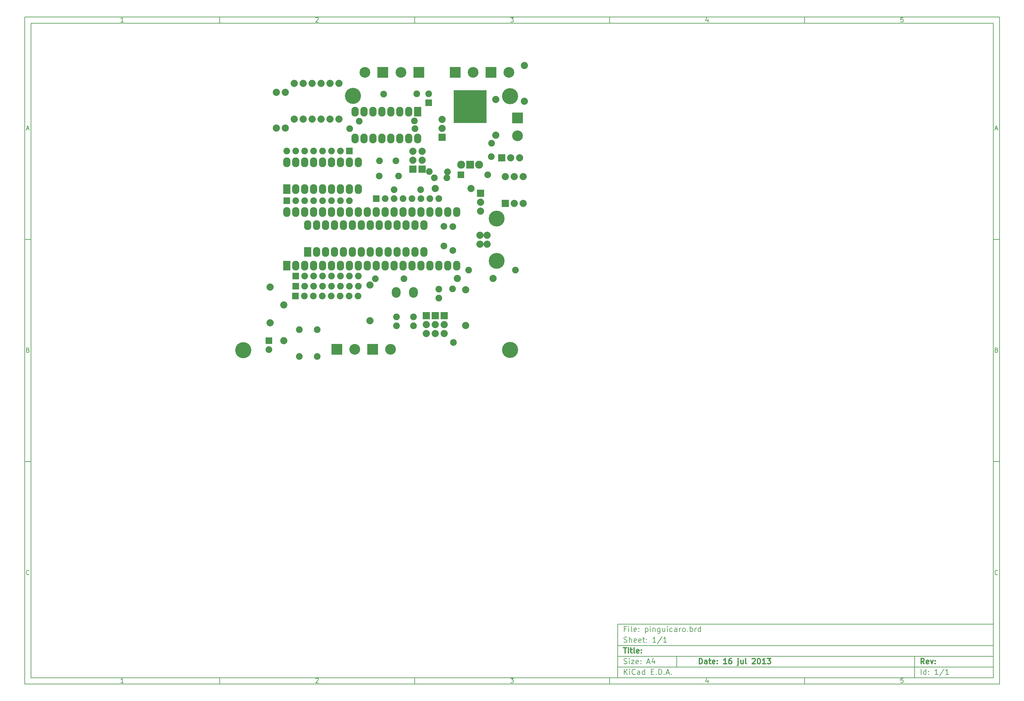
<source format=gbs>
G04 (created by PCBNEW-RS274X (2012-01-19 BZR 3256)-stable) date mar 16 jul 2013 12:41:11 ART*
G01*
G70*
G90*
%MOIN*%
G04 Gerber Fmt 3.4, Leading zero omitted, Abs format*
%FSLAX34Y34*%
G04 APERTURE LIST*
%ADD10C,0.006000*%
%ADD11C,0.012000*%
%ADD12C,0.080000*%
%ADD13C,0.177500*%
%ADD14R,0.080000X0.080000*%
%ADD15C,0.075000*%
%ADD16R,0.075000X0.075000*%
%ADD17R,0.370000X0.370000*%
%ADD18C,0.090000*%
%ADD19R,0.090000X0.090000*%
%ADD20R,0.082000X0.110000*%
%ADD21O,0.082000X0.110000*%
%ADD22O,0.098700X0.118400*%
%ADD23R,0.120000X0.120000*%
%ADD24C,0.120000*%
%ADD25C,0.180000*%
%ADD26C,0.075100*%
G04 APERTURE END LIST*
G54D10*
X04000Y-04000D02*
X113000Y-04000D01*
X113000Y-78670D01*
X04000Y-78670D01*
X04000Y-04000D01*
X04700Y-04700D02*
X112300Y-04700D01*
X112300Y-77970D01*
X04700Y-77970D01*
X04700Y-04700D01*
X25800Y-04000D02*
X25800Y-04700D01*
X15043Y-04552D02*
X14757Y-04552D01*
X14900Y-04552D02*
X14900Y-04052D01*
X14852Y-04124D01*
X14805Y-04171D01*
X14757Y-04195D01*
X25800Y-78670D02*
X25800Y-77970D01*
X15043Y-78522D02*
X14757Y-78522D01*
X14900Y-78522D02*
X14900Y-78022D01*
X14852Y-78094D01*
X14805Y-78141D01*
X14757Y-78165D01*
X47600Y-04000D02*
X47600Y-04700D01*
X36557Y-04100D02*
X36581Y-04076D01*
X36629Y-04052D01*
X36748Y-04052D01*
X36795Y-04076D01*
X36819Y-04100D01*
X36843Y-04148D01*
X36843Y-04195D01*
X36819Y-04267D01*
X36533Y-04552D01*
X36843Y-04552D01*
X47600Y-78670D02*
X47600Y-77970D01*
X36557Y-78070D02*
X36581Y-78046D01*
X36629Y-78022D01*
X36748Y-78022D01*
X36795Y-78046D01*
X36819Y-78070D01*
X36843Y-78118D01*
X36843Y-78165D01*
X36819Y-78237D01*
X36533Y-78522D01*
X36843Y-78522D01*
X69400Y-04000D02*
X69400Y-04700D01*
X58333Y-04052D02*
X58643Y-04052D01*
X58476Y-04243D01*
X58548Y-04243D01*
X58595Y-04267D01*
X58619Y-04290D01*
X58643Y-04338D01*
X58643Y-04457D01*
X58619Y-04505D01*
X58595Y-04529D01*
X58548Y-04552D01*
X58405Y-04552D01*
X58357Y-04529D01*
X58333Y-04505D01*
X69400Y-78670D02*
X69400Y-77970D01*
X58333Y-78022D02*
X58643Y-78022D01*
X58476Y-78213D01*
X58548Y-78213D01*
X58595Y-78237D01*
X58619Y-78260D01*
X58643Y-78308D01*
X58643Y-78427D01*
X58619Y-78475D01*
X58595Y-78499D01*
X58548Y-78522D01*
X58405Y-78522D01*
X58357Y-78499D01*
X58333Y-78475D01*
X91200Y-04000D02*
X91200Y-04700D01*
X80395Y-04219D02*
X80395Y-04552D01*
X80276Y-04029D02*
X80157Y-04386D01*
X80467Y-04386D01*
X91200Y-78670D02*
X91200Y-77970D01*
X80395Y-78189D02*
X80395Y-78522D01*
X80276Y-77999D02*
X80157Y-78356D01*
X80467Y-78356D01*
X102219Y-04052D02*
X101981Y-04052D01*
X101957Y-04290D01*
X101981Y-04267D01*
X102029Y-04243D01*
X102148Y-04243D01*
X102195Y-04267D01*
X102219Y-04290D01*
X102243Y-04338D01*
X102243Y-04457D01*
X102219Y-04505D01*
X102195Y-04529D01*
X102148Y-04552D01*
X102029Y-04552D01*
X101981Y-04529D01*
X101957Y-04505D01*
X102219Y-78022D02*
X101981Y-78022D01*
X101957Y-78260D01*
X101981Y-78237D01*
X102029Y-78213D01*
X102148Y-78213D01*
X102195Y-78237D01*
X102219Y-78260D01*
X102243Y-78308D01*
X102243Y-78427D01*
X102219Y-78475D01*
X102195Y-78499D01*
X102148Y-78522D01*
X102029Y-78522D01*
X101981Y-78499D01*
X101957Y-78475D01*
X04000Y-28890D02*
X04700Y-28890D01*
X04231Y-16510D02*
X04469Y-16510D01*
X04184Y-16652D02*
X04350Y-16152D01*
X04517Y-16652D01*
X113000Y-28890D02*
X112300Y-28890D01*
X112531Y-16510D02*
X112769Y-16510D01*
X112484Y-16652D02*
X112650Y-16152D01*
X112817Y-16652D01*
X04000Y-53780D02*
X04700Y-53780D01*
X04386Y-41280D02*
X04457Y-41304D01*
X04481Y-41328D01*
X04505Y-41376D01*
X04505Y-41447D01*
X04481Y-41495D01*
X04457Y-41519D01*
X04410Y-41542D01*
X04219Y-41542D01*
X04219Y-41042D01*
X04386Y-41042D01*
X04433Y-41066D01*
X04457Y-41090D01*
X04481Y-41138D01*
X04481Y-41185D01*
X04457Y-41233D01*
X04433Y-41257D01*
X04386Y-41280D01*
X04219Y-41280D01*
X113000Y-53780D02*
X112300Y-53780D01*
X112686Y-41280D02*
X112757Y-41304D01*
X112781Y-41328D01*
X112805Y-41376D01*
X112805Y-41447D01*
X112781Y-41495D01*
X112757Y-41519D01*
X112710Y-41542D01*
X112519Y-41542D01*
X112519Y-41042D01*
X112686Y-41042D01*
X112733Y-41066D01*
X112757Y-41090D01*
X112781Y-41138D01*
X112781Y-41185D01*
X112757Y-41233D01*
X112733Y-41257D01*
X112686Y-41280D01*
X112519Y-41280D01*
X04505Y-66385D02*
X04481Y-66409D01*
X04410Y-66432D01*
X04362Y-66432D01*
X04290Y-66409D01*
X04243Y-66361D01*
X04219Y-66313D01*
X04195Y-66218D01*
X04195Y-66147D01*
X04219Y-66051D01*
X04243Y-66004D01*
X04290Y-65956D01*
X04362Y-65932D01*
X04410Y-65932D01*
X04481Y-65956D01*
X04505Y-65980D01*
X112805Y-66385D02*
X112781Y-66409D01*
X112710Y-66432D01*
X112662Y-66432D01*
X112590Y-66409D01*
X112543Y-66361D01*
X112519Y-66313D01*
X112495Y-66218D01*
X112495Y-66147D01*
X112519Y-66051D01*
X112543Y-66004D01*
X112590Y-65956D01*
X112662Y-65932D01*
X112710Y-65932D01*
X112781Y-65956D01*
X112805Y-65980D01*
G54D11*
X79443Y-76413D02*
X79443Y-75813D01*
X79586Y-75813D01*
X79671Y-75841D01*
X79729Y-75899D01*
X79757Y-75956D01*
X79786Y-76070D01*
X79786Y-76156D01*
X79757Y-76270D01*
X79729Y-76327D01*
X79671Y-76384D01*
X79586Y-76413D01*
X79443Y-76413D01*
X80300Y-76413D02*
X80300Y-76099D01*
X80271Y-76041D01*
X80214Y-76013D01*
X80100Y-76013D01*
X80043Y-76041D01*
X80300Y-76384D02*
X80243Y-76413D01*
X80100Y-76413D01*
X80043Y-76384D01*
X80014Y-76327D01*
X80014Y-76270D01*
X80043Y-76213D01*
X80100Y-76184D01*
X80243Y-76184D01*
X80300Y-76156D01*
X80500Y-76013D02*
X80729Y-76013D01*
X80586Y-75813D02*
X80586Y-76327D01*
X80614Y-76384D01*
X80672Y-76413D01*
X80729Y-76413D01*
X81157Y-76384D02*
X81100Y-76413D01*
X80986Y-76413D01*
X80929Y-76384D01*
X80900Y-76327D01*
X80900Y-76099D01*
X80929Y-76041D01*
X80986Y-76013D01*
X81100Y-76013D01*
X81157Y-76041D01*
X81186Y-76099D01*
X81186Y-76156D01*
X80900Y-76213D01*
X81443Y-76356D02*
X81471Y-76384D01*
X81443Y-76413D01*
X81414Y-76384D01*
X81443Y-76356D01*
X81443Y-76413D01*
X81443Y-76041D02*
X81471Y-76070D01*
X81443Y-76099D01*
X81414Y-76070D01*
X81443Y-76041D01*
X81443Y-76099D01*
X82500Y-76413D02*
X82157Y-76413D01*
X82329Y-76413D02*
X82329Y-75813D01*
X82272Y-75899D01*
X82214Y-75956D01*
X82157Y-75984D01*
X83014Y-75813D02*
X82900Y-75813D01*
X82843Y-75841D01*
X82814Y-75870D01*
X82757Y-75956D01*
X82728Y-76070D01*
X82728Y-76299D01*
X82757Y-76356D01*
X82785Y-76384D01*
X82843Y-76413D01*
X82957Y-76413D01*
X83014Y-76384D01*
X83043Y-76356D01*
X83071Y-76299D01*
X83071Y-76156D01*
X83043Y-76099D01*
X83014Y-76070D01*
X82957Y-76041D01*
X82843Y-76041D01*
X82785Y-76070D01*
X82757Y-76099D01*
X82728Y-76156D01*
X83785Y-76013D02*
X83785Y-76527D01*
X83756Y-76584D01*
X83699Y-76613D01*
X83671Y-76613D01*
X83785Y-75813D02*
X83756Y-75841D01*
X83785Y-75870D01*
X83813Y-75841D01*
X83785Y-75813D01*
X83785Y-75870D01*
X84328Y-76013D02*
X84328Y-76413D01*
X84071Y-76013D02*
X84071Y-76327D01*
X84099Y-76384D01*
X84157Y-76413D01*
X84242Y-76413D01*
X84299Y-76384D01*
X84328Y-76356D01*
X84700Y-76413D02*
X84642Y-76384D01*
X84614Y-76327D01*
X84614Y-75813D01*
X85356Y-75870D02*
X85385Y-75841D01*
X85442Y-75813D01*
X85585Y-75813D01*
X85642Y-75841D01*
X85671Y-75870D01*
X85699Y-75927D01*
X85699Y-75984D01*
X85671Y-76070D01*
X85328Y-76413D01*
X85699Y-76413D01*
X86070Y-75813D02*
X86127Y-75813D01*
X86184Y-75841D01*
X86213Y-75870D01*
X86242Y-75927D01*
X86270Y-76041D01*
X86270Y-76184D01*
X86242Y-76299D01*
X86213Y-76356D01*
X86184Y-76384D01*
X86127Y-76413D01*
X86070Y-76413D01*
X86013Y-76384D01*
X85984Y-76356D01*
X85956Y-76299D01*
X85927Y-76184D01*
X85927Y-76041D01*
X85956Y-75927D01*
X85984Y-75870D01*
X86013Y-75841D01*
X86070Y-75813D01*
X86841Y-76413D02*
X86498Y-76413D01*
X86670Y-76413D02*
X86670Y-75813D01*
X86613Y-75899D01*
X86555Y-75956D01*
X86498Y-75984D01*
X87041Y-75813D02*
X87412Y-75813D01*
X87212Y-76041D01*
X87298Y-76041D01*
X87355Y-76070D01*
X87384Y-76099D01*
X87412Y-76156D01*
X87412Y-76299D01*
X87384Y-76356D01*
X87355Y-76384D01*
X87298Y-76413D01*
X87126Y-76413D01*
X87069Y-76384D01*
X87041Y-76356D01*
G54D10*
X71043Y-77613D02*
X71043Y-77013D01*
X71386Y-77613D02*
X71129Y-77270D01*
X71386Y-77013D02*
X71043Y-77356D01*
X71643Y-77613D02*
X71643Y-77213D01*
X71643Y-77013D02*
X71614Y-77041D01*
X71643Y-77070D01*
X71671Y-77041D01*
X71643Y-77013D01*
X71643Y-77070D01*
X72272Y-77556D02*
X72243Y-77584D01*
X72157Y-77613D01*
X72100Y-77613D01*
X72015Y-77584D01*
X71957Y-77527D01*
X71929Y-77470D01*
X71900Y-77356D01*
X71900Y-77270D01*
X71929Y-77156D01*
X71957Y-77099D01*
X72015Y-77041D01*
X72100Y-77013D01*
X72157Y-77013D01*
X72243Y-77041D01*
X72272Y-77070D01*
X72786Y-77613D02*
X72786Y-77299D01*
X72757Y-77241D01*
X72700Y-77213D01*
X72586Y-77213D01*
X72529Y-77241D01*
X72786Y-77584D02*
X72729Y-77613D01*
X72586Y-77613D01*
X72529Y-77584D01*
X72500Y-77527D01*
X72500Y-77470D01*
X72529Y-77413D01*
X72586Y-77384D01*
X72729Y-77384D01*
X72786Y-77356D01*
X73329Y-77613D02*
X73329Y-77013D01*
X73329Y-77584D02*
X73272Y-77613D01*
X73158Y-77613D01*
X73100Y-77584D01*
X73072Y-77556D01*
X73043Y-77499D01*
X73043Y-77327D01*
X73072Y-77270D01*
X73100Y-77241D01*
X73158Y-77213D01*
X73272Y-77213D01*
X73329Y-77241D01*
X74072Y-77299D02*
X74272Y-77299D01*
X74358Y-77613D02*
X74072Y-77613D01*
X74072Y-77013D01*
X74358Y-77013D01*
X74615Y-77556D02*
X74643Y-77584D01*
X74615Y-77613D01*
X74586Y-77584D01*
X74615Y-77556D01*
X74615Y-77613D01*
X74901Y-77613D02*
X74901Y-77013D01*
X75044Y-77013D01*
X75129Y-77041D01*
X75187Y-77099D01*
X75215Y-77156D01*
X75244Y-77270D01*
X75244Y-77356D01*
X75215Y-77470D01*
X75187Y-77527D01*
X75129Y-77584D01*
X75044Y-77613D01*
X74901Y-77613D01*
X75501Y-77556D02*
X75529Y-77584D01*
X75501Y-77613D01*
X75472Y-77584D01*
X75501Y-77556D01*
X75501Y-77613D01*
X75758Y-77441D02*
X76044Y-77441D01*
X75701Y-77613D02*
X75901Y-77013D01*
X76101Y-77613D01*
X76301Y-77556D02*
X76329Y-77584D01*
X76301Y-77613D01*
X76272Y-77584D01*
X76301Y-77556D01*
X76301Y-77613D01*
G54D11*
X104586Y-76413D02*
X104386Y-76127D01*
X104243Y-76413D02*
X104243Y-75813D01*
X104471Y-75813D01*
X104529Y-75841D01*
X104557Y-75870D01*
X104586Y-75927D01*
X104586Y-76013D01*
X104557Y-76070D01*
X104529Y-76099D01*
X104471Y-76127D01*
X104243Y-76127D01*
X105071Y-76384D02*
X105014Y-76413D01*
X104900Y-76413D01*
X104843Y-76384D01*
X104814Y-76327D01*
X104814Y-76099D01*
X104843Y-76041D01*
X104900Y-76013D01*
X105014Y-76013D01*
X105071Y-76041D01*
X105100Y-76099D01*
X105100Y-76156D01*
X104814Y-76213D01*
X105300Y-76013D02*
X105443Y-76413D01*
X105585Y-76013D01*
X105814Y-76356D02*
X105842Y-76384D01*
X105814Y-76413D01*
X105785Y-76384D01*
X105814Y-76356D01*
X105814Y-76413D01*
X105814Y-76041D02*
X105842Y-76070D01*
X105814Y-76099D01*
X105785Y-76070D01*
X105814Y-76041D01*
X105814Y-76099D01*
G54D10*
X71014Y-76384D02*
X71100Y-76413D01*
X71243Y-76413D01*
X71300Y-76384D01*
X71329Y-76356D01*
X71357Y-76299D01*
X71357Y-76241D01*
X71329Y-76184D01*
X71300Y-76156D01*
X71243Y-76127D01*
X71129Y-76099D01*
X71071Y-76070D01*
X71043Y-76041D01*
X71014Y-75984D01*
X71014Y-75927D01*
X71043Y-75870D01*
X71071Y-75841D01*
X71129Y-75813D01*
X71271Y-75813D01*
X71357Y-75841D01*
X71614Y-76413D02*
X71614Y-76013D01*
X71614Y-75813D02*
X71585Y-75841D01*
X71614Y-75870D01*
X71642Y-75841D01*
X71614Y-75813D01*
X71614Y-75870D01*
X71843Y-76013D02*
X72157Y-76013D01*
X71843Y-76413D01*
X72157Y-76413D01*
X72614Y-76384D02*
X72557Y-76413D01*
X72443Y-76413D01*
X72386Y-76384D01*
X72357Y-76327D01*
X72357Y-76099D01*
X72386Y-76041D01*
X72443Y-76013D01*
X72557Y-76013D01*
X72614Y-76041D01*
X72643Y-76099D01*
X72643Y-76156D01*
X72357Y-76213D01*
X72900Y-76356D02*
X72928Y-76384D01*
X72900Y-76413D01*
X72871Y-76384D01*
X72900Y-76356D01*
X72900Y-76413D01*
X72900Y-76041D02*
X72928Y-76070D01*
X72900Y-76099D01*
X72871Y-76070D01*
X72900Y-76041D01*
X72900Y-76099D01*
X73614Y-76241D02*
X73900Y-76241D01*
X73557Y-76413D02*
X73757Y-75813D01*
X73957Y-76413D01*
X74414Y-76013D02*
X74414Y-76413D01*
X74271Y-75784D02*
X74128Y-76213D01*
X74500Y-76213D01*
X104243Y-77613D02*
X104243Y-77013D01*
X104786Y-77613D02*
X104786Y-77013D01*
X104786Y-77584D02*
X104729Y-77613D01*
X104615Y-77613D01*
X104557Y-77584D01*
X104529Y-77556D01*
X104500Y-77499D01*
X104500Y-77327D01*
X104529Y-77270D01*
X104557Y-77241D01*
X104615Y-77213D01*
X104729Y-77213D01*
X104786Y-77241D01*
X105072Y-77556D02*
X105100Y-77584D01*
X105072Y-77613D01*
X105043Y-77584D01*
X105072Y-77556D01*
X105072Y-77613D01*
X105072Y-77241D02*
X105100Y-77270D01*
X105072Y-77299D01*
X105043Y-77270D01*
X105072Y-77241D01*
X105072Y-77299D01*
X106129Y-77613D02*
X105786Y-77613D01*
X105958Y-77613D02*
X105958Y-77013D01*
X105901Y-77099D01*
X105843Y-77156D01*
X105786Y-77184D01*
X106814Y-76984D02*
X106300Y-77756D01*
X107329Y-77613D02*
X106986Y-77613D01*
X107158Y-77613D02*
X107158Y-77013D01*
X107101Y-77099D01*
X107043Y-77156D01*
X106986Y-77184D01*
G54D11*
X70957Y-74613D02*
X71300Y-74613D01*
X71129Y-75213D02*
X71129Y-74613D01*
X71500Y-75213D02*
X71500Y-74813D01*
X71500Y-74613D02*
X71471Y-74641D01*
X71500Y-74670D01*
X71528Y-74641D01*
X71500Y-74613D01*
X71500Y-74670D01*
X71700Y-74813D02*
X71929Y-74813D01*
X71786Y-74613D02*
X71786Y-75127D01*
X71814Y-75184D01*
X71872Y-75213D01*
X71929Y-75213D01*
X72215Y-75213D02*
X72157Y-75184D01*
X72129Y-75127D01*
X72129Y-74613D01*
X72671Y-75184D02*
X72614Y-75213D01*
X72500Y-75213D01*
X72443Y-75184D01*
X72414Y-75127D01*
X72414Y-74899D01*
X72443Y-74841D01*
X72500Y-74813D01*
X72614Y-74813D01*
X72671Y-74841D01*
X72700Y-74899D01*
X72700Y-74956D01*
X72414Y-75013D01*
X72957Y-75156D02*
X72985Y-75184D01*
X72957Y-75213D01*
X72928Y-75184D01*
X72957Y-75156D01*
X72957Y-75213D01*
X72957Y-74841D02*
X72985Y-74870D01*
X72957Y-74899D01*
X72928Y-74870D01*
X72957Y-74841D01*
X72957Y-74899D01*
G54D10*
X71243Y-72499D02*
X71043Y-72499D01*
X71043Y-72813D02*
X71043Y-72213D01*
X71329Y-72213D01*
X71557Y-72813D02*
X71557Y-72413D01*
X71557Y-72213D02*
X71528Y-72241D01*
X71557Y-72270D01*
X71585Y-72241D01*
X71557Y-72213D01*
X71557Y-72270D01*
X71929Y-72813D02*
X71871Y-72784D01*
X71843Y-72727D01*
X71843Y-72213D01*
X72385Y-72784D02*
X72328Y-72813D01*
X72214Y-72813D01*
X72157Y-72784D01*
X72128Y-72727D01*
X72128Y-72499D01*
X72157Y-72441D01*
X72214Y-72413D01*
X72328Y-72413D01*
X72385Y-72441D01*
X72414Y-72499D01*
X72414Y-72556D01*
X72128Y-72613D01*
X72671Y-72756D02*
X72699Y-72784D01*
X72671Y-72813D01*
X72642Y-72784D01*
X72671Y-72756D01*
X72671Y-72813D01*
X72671Y-72441D02*
X72699Y-72470D01*
X72671Y-72499D01*
X72642Y-72470D01*
X72671Y-72441D01*
X72671Y-72499D01*
X73414Y-72413D02*
X73414Y-73013D01*
X73414Y-72441D02*
X73471Y-72413D01*
X73585Y-72413D01*
X73642Y-72441D01*
X73671Y-72470D01*
X73700Y-72527D01*
X73700Y-72699D01*
X73671Y-72756D01*
X73642Y-72784D01*
X73585Y-72813D01*
X73471Y-72813D01*
X73414Y-72784D01*
X73957Y-72813D02*
X73957Y-72413D01*
X73957Y-72213D02*
X73928Y-72241D01*
X73957Y-72270D01*
X73985Y-72241D01*
X73957Y-72213D01*
X73957Y-72270D01*
X74243Y-72413D02*
X74243Y-72813D01*
X74243Y-72470D02*
X74271Y-72441D01*
X74329Y-72413D01*
X74414Y-72413D01*
X74471Y-72441D01*
X74500Y-72499D01*
X74500Y-72813D01*
X75043Y-72413D02*
X75043Y-72899D01*
X75014Y-72956D01*
X74986Y-72984D01*
X74929Y-73013D01*
X74843Y-73013D01*
X74786Y-72984D01*
X75043Y-72784D02*
X74986Y-72813D01*
X74872Y-72813D01*
X74814Y-72784D01*
X74786Y-72756D01*
X74757Y-72699D01*
X74757Y-72527D01*
X74786Y-72470D01*
X74814Y-72441D01*
X74872Y-72413D01*
X74986Y-72413D01*
X75043Y-72441D01*
X75586Y-72413D02*
X75586Y-72813D01*
X75329Y-72413D02*
X75329Y-72727D01*
X75357Y-72784D01*
X75415Y-72813D01*
X75500Y-72813D01*
X75557Y-72784D01*
X75586Y-72756D01*
X75872Y-72813D02*
X75872Y-72413D01*
X75872Y-72213D02*
X75843Y-72241D01*
X75872Y-72270D01*
X75900Y-72241D01*
X75872Y-72213D01*
X75872Y-72270D01*
X76415Y-72784D02*
X76358Y-72813D01*
X76244Y-72813D01*
X76186Y-72784D01*
X76158Y-72756D01*
X76129Y-72699D01*
X76129Y-72527D01*
X76158Y-72470D01*
X76186Y-72441D01*
X76244Y-72413D01*
X76358Y-72413D01*
X76415Y-72441D01*
X76929Y-72813D02*
X76929Y-72499D01*
X76900Y-72441D01*
X76843Y-72413D01*
X76729Y-72413D01*
X76672Y-72441D01*
X76929Y-72784D02*
X76872Y-72813D01*
X76729Y-72813D01*
X76672Y-72784D01*
X76643Y-72727D01*
X76643Y-72670D01*
X76672Y-72613D01*
X76729Y-72584D01*
X76872Y-72584D01*
X76929Y-72556D01*
X77215Y-72813D02*
X77215Y-72413D01*
X77215Y-72527D02*
X77243Y-72470D01*
X77272Y-72441D01*
X77329Y-72413D01*
X77386Y-72413D01*
X77672Y-72813D02*
X77614Y-72784D01*
X77586Y-72756D01*
X77557Y-72699D01*
X77557Y-72527D01*
X77586Y-72470D01*
X77614Y-72441D01*
X77672Y-72413D01*
X77757Y-72413D01*
X77814Y-72441D01*
X77843Y-72470D01*
X77872Y-72527D01*
X77872Y-72699D01*
X77843Y-72756D01*
X77814Y-72784D01*
X77757Y-72813D01*
X77672Y-72813D01*
X78129Y-72756D02*
X78157Y-72784D01*
X78129Y-72813D01*
X78100Y-72784D01*
X78129Y-72756D01*
X78129Y-72813D01*
X78415Y-72813D02*
X78415Y-72213D01*
X78415Y-72441D02*
X78472Y-72413D01*
X78586Y-72413D01*
X78643Y-72441D01*
X78672Y-72470D01*
X78701Y-72527D01*
X78701Y-72699D01*
X78672Y-72756D01*
X78643Y-72784D01*
X78586Y-72813D01*
X78472Y-72813D01*
X78415Y-72784D01*
X78958Y-72813D02*
X78958Y-72413D01*
X78958Y-72527D02*
X78986Y-72470D01*
X79015Y-72441D01*
X79072Y-72413D01*
X79129Y-72413D01*
X79586Y-72813D02*
X79586Y-72213D01*
X79586Y-72784D02*
X79529Y-72813D01*
X79415Y-72813D01*
X79357Y-72784D01*
X79329Y-72756D01*
X79300Y-72699D01*
X79300Y-72527D01*
X79329Y-72470D01*
X79357Y-72441D01*
X79415Y-72413D01*
X79529Y-72413D01*
X79586Y-72441D01*
X71014Y-73984D02*
X71100Y-74013D01*
X71243Y-74013D01*
X71300Y-73984D01*
X71329Y-73956D01*
X71357Y-73899D01*
X71357Y-73841D01*
X71329Y-73784D01*
X71300Y-73756D01*
X71243Y-73727D01*
X71129Y-73699D01*
X71071Y-73670D01*
X71043Y-73641D01*
X71014Y-73584D01*
X71014Y-73527D01*
X71043Y-73470D01*
X71071Y-73441D01*
X71129Y-73413D01*
X71271Y-73413D01*
X71357Y-73441D01*
X71614Y-74013D02*
X71614Y-73413D01*
X71871Y-74013D02*
X71871Y-73699D01*
X71842Y-73641D01*
X71785Y-73613D01*
X71700Y-73613D01*
X71642Y-73641D01*
X71614Y-73670D01*
X72385Y-73984D02*
X72328Y-74013D01*
X72214Y-74013D01*
X72157Y-73984D01*
X72128Y-73927D01*
X72128Y-73699D01*
X72157Y-73641D01*
X72214Y-73613D01*
X72328Y-73613D01*
X72385Y-73641D01*
X72414Y-73699D01*
X72414Y-73756D01*
X72128Y-73813D01*
X72899Y-73984D02*
X72842Y-74013D01*
X72728Y-74013D01*
X72671Y-73984D01*
X72642Y-73927D01*
X72642Y-73699D01*
X72671Y-73641D01*
X72728Y-73613D01*
X72842Y-73613D01*
X72899Y-73641D01*
X72928Y-73699D01*
X72928Y-73756D01*
X72642Y-73813D01*
X73099Y-73613D02*
X73328Y-73613D01*
X73185Y-73413D02*
X73185Y-73927D01*
X73213Y-73984D01*
X73271Y-74013D01*
X73328Y-74013D01*
X73528Y-73956D02*
X73556Y-73984D01*
X73528Y-74013D01*
X73499Y-73984D01*
X73528Y-73956D01*
X73528Y-74013D01*
X73528Y-73641D02*
X73556Y-73670D01*
X73528Y-73699D01*
X73499Y-73670D01*
X73528Y-73641D01*
X73528Y-73699D01*
X74585Y-74013D02*
X74242Y-74013D01*
X74414Y-74013D02*
X74414Y-73413D01*
X74357Y-73499D01*
X74299Y-73556D01*
X74242Y-73584D01*
X75270Y-73384D02*
X74756Y-74156D01*
X75785Y-74013D02*
X75442Y-74013D01*
X75614Y-74013D02*
X75614Y-73413D01*
X75557Y-73499D01*
X75499Y-73556D01*
X75442Y-73584D01*
X70300Y-71970D02*
X70300Y-77970D01*
X70300Y-71970D02*
X112300Y-71970D01*
X70300Y-71970D02*
X112300Y-71970D01*
X70300Y-74370D02*
X112300Y-74370D01*
X103500Y-75570D02*
X103500Y-77970D01*
X70300Y-76770D02*
X112300Y-76770D01*
X70300Y-75570D02*
X112300Y-75570D01*
X76900Y-75570D02*
X76900Y-76770D01*
G54D12*
X54910Y-28430D03*
X54910Y-29430D03*
X55697Y-29430D03*
X55697Y-28430D03*
G54D13*
X56760Y-26568D03*
X56760Y-31292D03*
G54D14*
X57730Y-24880D03*
G54D12*
X58730Y-24880D03*
X59730Y-24880D03*
X59730Y-21880D03*
X58730Y-21880D03*
X57730Y-21880D03*
G54D15*
X34700Y-38995D03*
X36700Y-38995D03*
X34700Y-41995D03*
X36700Y-41995D03*
G54D16*
X40300Y-19000D03*
G54D15*
X39300Y-19000D03*
X38300Y-19000D03*
X37300Y-19000D03*
X36300Y-19000D03*
X35300Y-19000D03*
X34300Y-19000D03*
X33300Y-19000D03*
G54D16*
X34300Y-34120D03*
G54D15*
X35300Y-34120D03*
X36300Y-34120D03*
X37300Y-34120D03*
X38300Y-34120D03*
X39300Y-34120D03*
X40300Y-34120D03*
X41300Y-34120D03*
G54D16*
X34270Y-35236D03*
G54D15*
X35270Y-35236D03*
X36270Y-35236D03*
X37270Y-35236D03*
X38270Y-35236D03*
X39270Y-35236D03*
X40270Y-35236D03*
X41270Y-35236D03*
G54D16*
X34300Y-33000D03*
G54D15*
X35300Y-33000D03*
X36300Y-33000D03*
X37300Y-33000D03*
X38300Y-33000D03*
X39300Y-33000D03*
X40300Y-33000D03*
X41300Y-33000D03*
G54D16*
X43294Y-24332D03*
G54D15*
X44294Y-24332D03*
X45294Y-24332D03*
X46294Y-24332D03*
X47294Y-24332D03*
X48294Y-24332D03*
X49294Y-24332D03*
X50294Y-24332D03*
G54D16*
X33306Y-24584D03*
G54D15*
X34306Y-24584D03*
X35306Y-24584D03*
X36306Y-24584D03*
X37306Y-24584D03*
X38306Y-24584D03*
X39306Y-24584D03*
X40306Y-24584D03*
G54D12*
X42595Y-38015D03*
X42595Y-34015D03*
X56665Y-13225D03*
X56665Y-17225D03*
X59885Y-09445D03*
X59885Y-13445D03*
X52360Y-33285D03*
X56360Y-33285D03*
X31450Y-34250D03*
X31450Y-38250D03*
X32150Y-16450D03*
X32150Y-12450D03*
X33150Y-16450D03*
X33150Y-12450D03*
X34150Y-15450D03*
X34150Y-11450D03*
X35150Y-15450D03*
X35150Y-11450D03*
X36150Y-15450D03*
X36150Y-11450D03*
X37150Y-15450D03*
X37150Y-11450D03*
X38150Y-15450D03*
X38150Y-11450D03*
X39150Y-15450D03*
X39150Y-11450D03*
X49900Y-23200D03*
X53900Y-23200D03*
X53300Y-38540D03*
X53300Y-34540D03*
X32970Y-36220D03*
X32970Y-40220D03*
G54D14*
X50688Y-17478D03*
G54D12*
X50688Y-16478D03*
X50688Y-15478D03*
G54D14*
X57344Y-19756D03*
G54D12*
X58344Y-19756D03*
X59344Y-19756D03*
G54D14*
X48440Y-21020D03*
G54D12*
X48440Y-20020D03*
X48440Y-19020D03*
G54D14*
X47426Y-21020D03*
G54D12*
X47426Y-20020D03*
X47426Y-19020D03*
G54D14*
X50900Y-37450D03*
G54D12*
X50900Y-38450D03*
X50900Y-39450D03*
G54D14*
X49900Y-37450D03*
G54D12*
X49900Y-38450D03*
X49900Y-39450D03*
G54D14*
X48900Y-37450D03*
G54D12*
X48900Y-38450D03*
X48900Y-39450D03*
G54D14*
X54978Y-23728D03*
G54D12*
X54978Y-24728D03*
X54978Y-25728D03*
G54D17*
X53812Y-14026D03*
G54D18*
X52812Y-20526D03*
G54D19*
X53812Y-20526D03*
G54D18*
X54812Y-20526D03*
G54D20*
X33296Y-31830D03*
G54D21*
X34296Y-31830D03*
X35296Y-31830D03*
X36296Y-31830D03*
X37296Y-31830D03*
X38296Y-31830D03*
X39296Y-31830D03*
X40296Y-31830D03*
X41296Y-31830D03*
X42296Y-31830D03*
X43296Y-31830D03*
X44296Y-31830D03*
X45296Y-31830D03*
X46296Y-31830D03*
X47296Y-31830D03*
X48296Y-31830D03*
X49296Y-31830D03*
X50296Y-31830D03*
X51296Y-31830D03*
X52296Y-31830D03*
X52296Y-25830D03*
X51296Y-25830D03*
X50296Y-25830D03*
X49296Y-25830D03*
X48296Y-25830D03*
X47296Y-25830D03*
X46296Y-25830D03*
X45296Y-25830D03*
X44296Y-25830D03*
X43296Y-25830D03*
X42296Y-25830D03*
X41296Y-25830D03*
X40296Y-25830D03*
X39296Y-25830D03*
X38296Y-25830D03*
X37296Y-25830D03*
X36296Y-25830D03*
X35296Y-25830D03*
X34296Y-25830D03*
X33296Y-25830D03*
X36652Y-30298D03*
X37652Y-30298D03*
X38652Y-30298D03*
X39652Y-30298D03*
X40652Y-30298D03*
X41652Y-30298D03*
X42652Y-30298D03*
X43652Y-30298D03*
X44652Y-30298D03*
X45652Y-30298D03*
X46652Y-30298D03*
X47652Y-30298D03*
X48652Y-30298D03*
G54D20*
X35652Y-30298D03*
G54D21*
X48652Y-27298D03*
X47652Y-27298D03*
X46652Y-27298D03*
X45652Y-27298D03*
X44652Y-27298D03*
X43652Y-27298D03*
X42652Y-27298D03*
X41652Y-27298D03*
X40652Y-27298D03*
X39652Y-27298D03*
X38652Y-27298D03*
X37652Y-27298D03*
X36652Y-27298D03*
X35652Y-27298D03*
G54D20*
X33310Y-23270D03*
G54D21*
X34310Y-23270D03*
X35310Y-23270D03*
X36310Y-23270D03*
X37310Y-23270D03*
X38310Y-23270D03*
X39310Y-23270D03*
X40310Y-23270D03*
X41310Y-23270D03*
X41310Y-20270D03*
X40310Y-20270D03*
X39310Y-20270D03*
X38310Y-20270D03*
X37310Y-20270D03*
X36310Y-20270D03*
X35310Y-20270D03*
X34310Y-20270D03*
X33310Y-20270D03*
G54D20*
X47958Y-14618D03*
G54D21*
X46958Y-14618D03*
X45958Y-14618D03*
X44958Y-14618D03*
X43958Y-14618D03*
X42958Y-14618D03*
X41958Y-14618D03*
X40958Y-14618D03*
X40958Y-17618D03*
X41958Y-17618D03*
X42958Y-17618D03*
X43958Y-17618D03*
X44958Y-17618D03*
X45958Y-17618D03*
X46958Y-17618D03*
X47958Y-17618D03*
G54D16*
X52760Y-21680D03*
G54D15*
X55760Y-21680D03*
G54D22*
X45555Y-34826D03*
X47477Y-34826D03*
G54D16*
X31300Y-40250D03*
G54D15*
X31300Y-41250D03*
G54D16*
X49192Y-13612D03*
G54D15*
X49192Y-12612D03*
X47460Y-37580D03*
X47460Y-38580D03*
X45570Y-37580D03*
X45570Y-38580D03*
X50296Y-34466D03*
X50296Y-35466D03*
G54D23*
X52150Y-10200D03*
G54D24*
X54150Y-10200D03*
G54D23*
X56150Y-10200D03*
G54D24*
X58150Y-10200D03*
G54D23*
X42900Y-41200D03*
G54D24*
X44900Y-41200D03*
G54D23*
X38900Y-41200D03*
G54D24*
X40900Y-41200D03*
G54D23*
X59100Y-15300D03*
G54D24*
X59100Y-17300D03*
G54D23*
X48070Y-10200D03*
G54D24*
X46070Y-10200D03*
G54D23*
X44055Y-10195D03*
G54D24*
X42055Y-10195D03*
G54D25*
X58260Y-12870D03*
X40726Y-12832D03*
X28450Y-41300D03*
X58270Y-41280D03*
G54D26*
X49812Y-22016D03*
X51226Y-22016D03*
X43680Y-20100D03*
X44150Y-12620D03*
X47840Y-12610D03*
X45500Y-20100D03*
X50860Y-27420D03*
X50860Y-29640D03*
X51850Y-34450D03*
X51950Y-40450D03*
X53655Y-32340D03*
X51880Y-30140D03*
X58860Y-32325D03*
X51880Y-27480D03*
X45300Y-23340D03*
X48290Y-23320D03*
X45826Y-21802D03*
X43648Y-21802D03*
X43200Y-33300D03*
X51276Y-21330D03*
X46396Y-33300D03*
X49238Y-21302D03*
X56204Y-18138D03*
X47586Y-15642D03*
X41426Y-15664D03*
X56162Y-19628D03*
X47630Y-16500D03*
X40348Y-16500D03*
M02*

</source>
